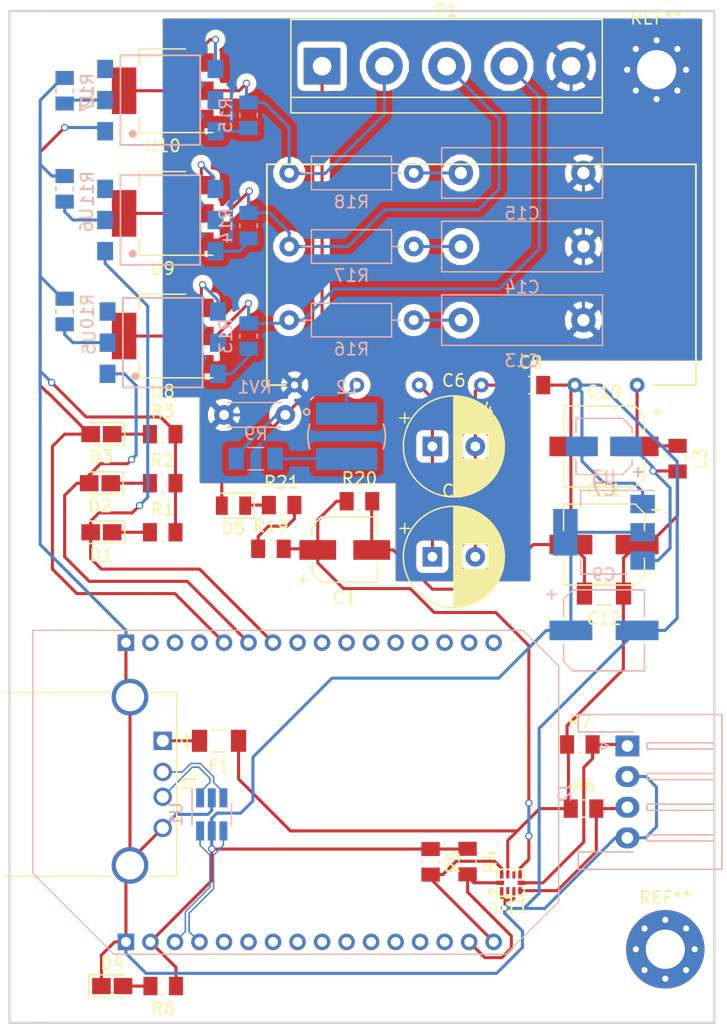
<source format=kicad_pcb>
(kicad_pcb (version 20171130) (host pcbnew 5.0.0-rc2-dev-unknown-cb2c447~63~ubuntu16.04.1)
  (layers (0 F.Cu signal) (31 B.Cu signal) (34 B.Paste user) (35 F.Paste user) (36 B.SilkS user) (37 F.SilkS user) (38 B.Mask user) (39 F.Mask user) (44 Edge.Cuts user))
  (net 0 "")
  (net 1 GND)
  (net 2 /FuenteST/VO)
  (net 3 Nac)
  (net 4 "Net-(C13-Pad1)")
  (net 5 "Net-(C14-Pad1)")
  (net 6 CO)
  (net 7 VE)
  (net 8 Vac)
  (net 9 RE)
  (net 10 "Net-(U5-Pad4)")
  (net 11 "Net-(U6-Pad4)")
  (net 12 "Net-(U10-Pad3)")
  (net 13 "Net-(C5-Pad1)")
  (net 14 "Net-(C5-Pad2)")
  (net 15 +5V)
  (net 16 +3V3)
  (net 17 "Net-(C15-Pad1)")
  (net 18 "Net-(D1-Pad1)")
  (net 19 /OutTriac/Resistencia)
  (net 20 /OutTriac/Ventilador)
  (net 21 "Net-(D2-Pad1)")
  (net 22 "Net-(D3-Pad1)")
  (net 23 /OutTriac/Compresor)
  (net 24 "Net-(L2-Pad1)")
  (net 25 "Net-(L2-Pad2)")
  (net 26 "Net-(R10-Pad1)")
  (net 27 "Net-(R11-Pad1)")
  (net 28 "Net-(R12-Pad1)")
  (net 29 "Net-(R13-Pad2)")
  (net 30 "Net-(R14-Pad2)")
  (net 31 "Net-(R15-Pad2)")
  (net 32 /D-)
  (net 33 /D+)
  (net 34 /UD+)
  (net 35 /UD-)
  (net 36 "Net-(D4-Pad2)")
  (net 37 "Net-(F1-Pad2)")
  (net 38 /SCL)
  (net 39 /SDA)
  (net 40 /V_TEST)
  (net 41 "Net-(D5-Pad1)")
  (net 42 "Net-(J2-Pad1)")
  (net 43 "Net-(J2-Pad3)")
  (net 44 "Net-(R19-Pad1)")
  (module Capacitor_SMD:C_1206_3216Metric_Pad1.24x1.80mm_HandSolder (layer F.Cu) (at 128.5925 118 180)
    (fp_text reference F1 (at 0 -2.05 180) (layer F.SilkS))
    (fp_text value 1.5A)
    (pad 1 smd rect (at -1.5925 0 180) (size 1.245 1.8) (layers F.Cu F.Paste F.Mask) (net 15 +5V))
    (pad 2 smd rect (at 1.5925 0 180) (size 1.245 1.8) (layers F.Cu F.Paste F.Mask) (net 37 "Net-(F1-Pad2)"))
  )
  (module Capacitor_THT:CP_Radial_D8.0mm_P3.50mm (layer F.Cu) (at 146 94)
    (fp_text reference C6 (at 1.75 -5.37) (layer F.SilkS))
    (fp_text value 4,7uF)
    (pad 1 thru_hole rect (at 0 0) (size 1.6 1.6) (drill 0.8) (layers *.Cu *.Mask) (net 13 "Net-(C5-Pad1)"))
    (pad 2 thru_hole circle (at 3.5 0) (size 1.6 1.6) (drill 0.8) (layers *.Cu *.Mask) (net 14 "Net-(C5-Pad2)"))
  )
  (module Capacitor_SMD:C_0805_2012Metric_Pad1.15x1.50mm_HandSolder (layer F.Cu) (at 154 89)
    (fp_text reference C8 (at 0 -1.85) (layer F.SilkS))
    (fp_text value 1nF)
    (pad 1 smd rect (at -1.0425 0) (size 1.145 1.5) (layers F.Cu F.Paste F.Mask) (net 14 "Net-(C5-Pad2)"))
    (pad 2 smd rect (at 1.0425 0) (size 1.145 1.5) (layers F.Cu F.Paste F.Mask) (net 1 GND))
  )
  (module Capacitor_SMD:CP_Elec_6.3x7.7 (layer F.Cu) (at 160 94 180)
    (fp_text reference C10 (at 0 4.43 180) (layer F.SilkS))
    (fp_text value 270uF)
    (fp_text user + (at -4.28 2.91 180) (layer F.SilkS))
    (pad 1 smd rect (at -2.7 0) (size 3.5 1.6) (layers F.Cu F.Paste F.Mask) (net 2 /FuenteST/VO))
    (pad 2 smd rect (at 2.7 0) (size 3.5 1.6) (layers F.Cu F.Paste F.Mask) (net 1 GND))
  )
  (module Capacitor_THT:C_Rect_L13.0mm_W4.0mm_P10.00mm_FKS3_FKP3_MKS4 (layer B.Cu) (at 148.321244 83.703214)
    (fp_text reference C13 (at 5 3.31) (layer B.SilkS) (effects (justify mirror)))
    (fp_text value 1nF)
    (pad 1 thru_hole circle (at 0 0) (size 2 2) (drill 1) (layers *.Cu *.Mask) (net 4 "Net-(C13-Pad1)"))
    (pad 2 thru_hole circle (at 10 0) (size 2 2) (drill 1) (layers *.Cu *.Mask) (net 3 Nac))
  )
  (module Capacitor_THT:C_Rect_L13.0mm_W4.0mm_P10.00mm_FKS3_FKP3_MKS4 (layer B.Cu) (at 148.321244 77.703214)
    (fp_text reference C14 (at 5 3.31) (layer B.SilkS) (effects (justify mirror)))
    (fp_text value 1nF)
    (pad 1 thru_hole circle (at 0 0) (size 2 2) (drill 1) (layers *.Cu *.Mask) (net 5 "Net-(C14-Pad1)"))
    (pad 2 thru_hole circle (at 10 0) (size 2 2) (drill 1) (layers *.Cu *.Mask) (net 3 Nac))
  )
  (module TerminalBlock:TerminalBlock_bornier-5_P5.08mm (layer F.Cu) (at 137 63)
    (fp_text reference P1 (at 10.15 -4.55) (layer F.SilkS))
    (fp_text value "POWER I/O")
    (pad 2 thru_hole circle (at 5.08 0) (size 3 3) (drill 1.52) (layers *.Cu *.Mask) (net 6 CO))
    (pad 3 thru_hole circle (at 10.16 0) (size 3 3) (drill 1.52) (layers *.Cu *.Mask) (net 9 RE))
    (pad 1 thru_hole rect (at 0 0) (size 3 3) (drill 1.52) (layers *.Cu *.Mask) (net 8 Vac))
    (pad 4 thru_hole circle (at 15.24 0) (size 3 3) (drill 1.52) (layers *.Cu *.Mask) (net 7 VE))
    (pad 5 thru_hole circle (at 20.32 0) (size 3 3) (drill 1.52) (layers *.Cu *.Mask) (net 3 Nac))
  )
  (module Resistor_SMD:R_0805_2012Metric_Pad1.15x1.50mm_HandSolder (layer F.Cu) (at 124.0425 138 180)
    (fp_text reference R8 (at 0 -1.85 180) (layer F.SilkS))
    (fp_text value 150R)
    (pad 1 smd rect (at -1.0425 0 180) (size 1.145 1.5) (layers F.Cu F.Paste F.Mask) (net 16 +3V3))
    (pad 2 smd rect (at 1.0425 0 180) (size 1.145 1.5) (layers F.Cu F.Paste F.Mask) (net 36 "Net-(D4-Pad2)"))
  )
  (module Resistor_SMD:R_0805_2012Metric_Pad1.15x1.50mm_HandSolder (layer B.Cu) (at 116 83 90)
    (fp_text reference R10 (at 0 1.85 90) (layer B.SilkS) (effects (justify mirror)))
    (fp_text value 330)
    (pad 1 smd rect (at -1.0425 0 90) (size 1.145 1.5) (layers B.Cu B.Paste B.Mask) (net 26 "Net-(R10-Pad1)"))
    (pad 2 smd rect (at 1.0425 0 90) (size 1.145 1.5) (layers B.Cu B.Paste B.Mask) (net 1 GND))
  )
  (module Resistor_SMD:R_0805_2012Metric_Pad1.15x1.50mm_HandSolder (layer B.Cu) (at 116 73 90)
    (fp_text reference R11 (at 0 1.85 90) (layer B.SilkS) (effects (justify mirror)))
    (fp_text value 330)
    (pad 1 smd rect (at -1.0425 0 90) (size 1.145 1.5) (layers B.Cu B.Paste B.Mask) (net 27 "Net-(R11-Pad1)"))
    (pad 2 smd rect (at 1.0425 0 90) (size 1.145 1.5) (layers B.Cu B.Paste B.Mask) (net 1 GND))
  )
  (module Resistor_SMD:R_0805_2012Metric_Pad1.15x1.50mm_HandSolder (layer B.Cu) (at 116 65 90)
    (fp_text reference R12 (at 0 1.85 90) (layer B.SilkS) (effects (justify mirror)))
    (fp_text value 330)
    (pad 2 smd rect (at 1.0425 0 90) (size 1.145 1.5) (layers B.Cu B.Paste B.Mask) (net 1 GND))
    (pad 1 smd rect (at -1.0425 0 90) (size 1.145 1.5) (layers B.Cu B.Paste B.Mask) (net 28 "Net-(R12-Pad1)"))
  )
  (module Capacitor_THT:C_Disc_D4.3mm_W1.9mm_P5.00mm (layer B.Cu) (at 134 91.43 180)
    (fp_text reference RV1 (at 2.5 2.26 180) (layer B.SilkS) (effects (justify mirror)))
    (fp_text value B72214S0351K101)
    (pad 1 thru_hole circle (at 0 0 180) (size 1.6 1.6) (drill 0.8) (layers *.Cu *.Mask) (net 8 Vac))
    (pad 2 thru_hole circle (at 5 0 180) (size 1.6 1.6) (drill 0.8) (layers *.Cu *.Mask) (net 3 Nac))
  )
  (module Devices_MSS:PBO-3-S5 (layer F.Cu) (at 150 89)
    (fp_text reference U4 (at 0 2) (layer F.SilkS))
    (fp_text value PBO-3-S5)
    (pad 1 thru_hole circle (at -15.24 0) (size 1.2 1.2) (drill 0.6) (layers *.Cu *.Mask) (net 3 Nac))
    (pad 3 thru_hole circle (at -10.16 0) (size 1.2 1.2) (drill 0.6) (layers *.Cu *.Mask) (net 25 "Net-(L2-Pad2)"))
    (pad 5 thru_hole circle (at -5.08 0) (size 1.2 1.2) (drill 0.6) (layers *.Cu *.Mask) (net 13 "Net-(C5-Pad1)"))
    (pad 7 thru_hole circle (at 0 0) (size 1.2 1.2) (drill 0.6) (layers *.Cu *.Mask) (net 14 "Net-(C5-Pad2)"))
    (pad 10 thru_hole circle (at 7.62 0) (size 1.2 1.2) (drill 0.6) (layers *.Cu *.Mask) (net 1 GND))
    (pad 12 thru_hole circle (at 12.7 0) (size 1.2 1.2) (drill 0.6) (layers *.Cu *.Mask) (net 2 /FuenteST/VO))
  )
  (module Devices_MSS:MOC306X (layer B.Cu) (at 124 85.54 90)
    (fp_text reference U5 (at 0 -6 90) (layer B.SilkS) (effects (justify mirror)))
    (fp_text value MOC3063S-TA1)
    (pad 6 smd rect (at -2.54 4.5 90) (size 1.5 1.3) (layers B.Cu B.Paste B.Mask) (net 29 "Net-(R13-Pad2)"))
    (pad 5 smd rect (at 0 4.5 90) (size 1.5 1.3) (layers B.Cu B.Paste B.Mask))
    (pad 4 smd rect (at 2.54 4.5 90) (size 1.5 1.3) (layers B.Cu B.Paste B.Mask) (net 10 "Net-(U5-Pad4)"))
    (pad 3 smd rect (at 2.54 -4.5 90) (size 1.5 1.3) (layers B.Cu B.Paste B.Mask))
    (pad 2 smd rect (at 0 -4.5 90) (size 1.5 1.3) (layers B.Cu B.Paste B.Mask) (net 26 "Net-(R10-Pad1)"))
    (pad 1 smd rect (at -2.54 -4.5 90) (size 1.5 1.3) (layers B.Cu B.Paste B.Mask) (net 20 /OutTriac/Ventilador))
  )
  (module Devices_MSS:MOC306X (layer B.Cu) (at 123.8025 75.54 90)
    (fp_text reference U6 (at 0 -6 90) (layer B.SilkS) (effects (justify mirror)))
    (fp_text value MOC3063S-TA1)
    (pad 1 smd rect (at -2.54 -4.5 90) (size 1.5 1.3) (layers B.Cu B.Paste B.Mask) (net 19 /OutTriac/Resistencia))
    (pad 2 smd rect (at 0 -4.5 90) (size 1.5 1.3) (layers B.Cu B.Paste B.Mask) (net 27 "Net-(R11-Pad1)"))
    (pad 3 smd rect (at 2.54 -4.5 90) (size 1.5 1.3) (layers B.Cu B.Paste B.Mask))
    (pad 4 smd rect (at 2.54 4.5 90) (size 1.5 1.3) (layers B.Cu B.Paste B.Mask) (net 11 "Net-(U6-Pad4)"))
    (pad 5 smd rect (at 0 4.5 90) (size 1.5 1.3) (layers B.Cu B.Paste B.Mask))
    (pad 6 smd rect (at -2.54 4.5 90) (size 1.5 1.3) (layers B.Cu B.Paste B.Mask) (net 30 "Net-(R14-Pad2)"))
  )
  (module Devices_MSS:MOC306X (layer B.Cu) (at 123.8025 65.764048 90)
    (fp_text reference U7 (at 0 -6 90) (layer B.SilkS) (effects (justify mirror)))
    (fp_text value MOC3063S-TA1)
    (pad 1 smd rect (at -2.54 -4.5 90) (size 1.5 1.3) (layers B.Cu B.Paste B.Mask) (net 23 /OutTriac/Compresor))
    (pad 2 smd rect (at 0 -4.5 90) (size 1.5 1.3) (layers B.Cu B.Paste B.Mask) (net 28 "Net-(R12-Pad1)"))
    (pad 3 smd rect (at 2.54 -4.5 90) (size 1.5 1.3) (layers B.Cu B.Paste B.Mask))
    (pad 4 smd rect (at 2.54 4.5 90) (size 1.5 1.3) (layers B.Cu B.Paste B.Mask) (net 12 "Net-(U10-Pad3)"))
    (pad 5 smd rect (at 0 4.5 90) (size 1.5 1.3) (layers B.Cu B.Paste B.Mask))
    (pad 6 smd rect (at -2.54 4.5 90) (size 1.5 1.3) (layers B.Cu B.Paste B.Mask) (net 31 "Net-(R15-Pad2)"))
  )
  (module Devices_MSS:SOT-223-Z01 (layer F.Cu) (at 124 85 180)
    (fp_text reference U8 (at 0 -4.5 180) (layer F.SilkS))
    (fp_text value "Z0103MN 5AA4")
    (pad 1 smd rect (at -3.15 -2.3 180) (size 2 1.5) (layers F.Cu F.Paste F.Mask) (net 3 Nac))
    (pad 3 smd rect (at -3.15 2.3 180) (size 2 1.5) (layers F.Cu F.Paste F.Mask) (net 10 "Net-(U5-Pad4)"))
    (pad 2 smd rect (at -3.15 0 180) (size 2 1.5) (layers F.Cu F.Paste F.Mask) (net 7 VE))
    (pad 2 smd rect (at 3.15 0 180) (size 2 3.8) (layers F.Cu F.Paste F.Mask) (net 7 VE))
  )
  (module Devices_MSS:SOT-223-Z01 (layer F.Cu) (at 124 75 180)
    (fp_text reference U9 (at 0 -4.5 180) (layer F.SilkS))
    (fp_text value "Z0103MN 5AA4")
    (pad 2 smd rect (at 3.15 0 180) (size 2 3.8) (layers F.Cu F.Paste F.Mask) (net 9 RE))
    (pad 2 smd rect (at -3.15 0 180) (size 2 1.5) (layers F.Cu F.Paste F.Mask) (net 9 RE))
    (pad 3 smd rect (at -3.15 2.3 180) (size 2 1.5) (layers F.Cu F.Paste F.Mask) (net 11 "Net-(U6-Pad4)"))
    (pad 1 smd rect (at -3.15 -2.3 180) (size 2 1.5) (layers F.Cu F.Paste F.Mask) (net 3 Nac))
  )
  (module Devices_MSS:SOT-223-Z01 (layer F.Cu) (at 124 65 180)
    (fp_text reference U10 (at 0 -4.5 180) (layer F.SilkS))
    (fp_text value "Z0103MN 5AA4")
    (pad 2 smd rect (at 3.15 0 180) (size 2 3.8) (layers F.Cu F.Paste F.Mask) (net 6 CO))
    (pad 2 smd rect (at -3.15 0 180) (size 2 1.5) (layers F.Cu F.Paste F.Mask) (net 6 CO))
    (pad 3 smd rect (at -3.15 2.3 180) (size 2 1.5) (layers F.Cu F.Paste F.Mask) (net 12 "Net-(U10-Pad3)"))
    (pad 1 smd rect (at -3.15 -2.3 180) (size 2 1.5) (layers F.Cu F.Paste F.Mask) (net 3 Nac))
  )
  (module Capacitor_THT:CP_Radial_D8.0mm_P3.50mm (layer F.Cu) (at 146 103)
    (fp_text reference C5 (at 1.75 -5.37) (layer F.SilkS))
    (fp_text value 4,7uF)
    (pad 1 thru_hole rect (at 0 0) (size 1.6 1.6) (drill 0.8) (layers *.Cu *.Mask) (net 13 "Net-(C5-Pad1)"))
    (pad 2 thru_hole circle (at 3.5 0) (size 1.6 1.6) (drill 0.8) (layers *.Cu *.Mask) (net 14 "Net-(C5-Pad2)"))
  )
  (module Capacitor_THT:C_Rect_L13.0mm_W4.0mm_P10.00mm_FKS3_FKP3_MKS4 (layer B.Cu) (at 148.321244 71.703214)
    (fp_text reference C15 (at 5 3.31) (layer B.SilkS) (effects (justify mirror)))
    (fp_text value 1nF)
    (pad 1 thru_hole circle (at 0 0) (size 2 2) (drill 1) (layers *.Cu *.Mask) (net 17 "Net-(C15-Pad1)"))
    (pad 2 thru_hole circle (at 10 0) (size 2 2) (drill 1) (layers *.Cu *.Mask) (net 3 Nac))
  )
  (module LED_SMD:LED_0805_2012Metric_Castellated (layer F.Cu) (at 119 101 180)
    (fp_text reference D1 (at 0 -1.85 180) (layer F.SilkS))
    (fp_text value LED)
    (pad 1 smd rect (at -0.88 0 180) (size 1.52 1.32) (layers F.Cu F.Paste F.Mask) (net 18 "Net-(D1-Pad1)"))
    (pad 2 smd rect (at 0.88 0 180) (size 1.52 1.32) (layers F.Cu F.Paste F.Mask) (net 19 /OutTriac/Resistencia))
  )
  (module LED_SMD:LED_0805_2012Metric_Castellated (layer F.Cu) (at 118.88 97 180)
    (fp_text reference D2 (at 0 -1.85 180) (layer F.SilkS))
    (fp_text value LED)
    (pad 2 smd rect (at 0.88 0 180) (size 1.52 1.32) (layers F.Cu F.Paste F.Mask) (net 20 /OutTriac/Ventilador))
    (pad 1 smd rect (at -0.88 0 180) (size 1.52 1.32) (layers F.Cu F.Paste F.Mask) (net 21 "Net-(D2-Pad1)"))
  )
  (module LED_SMD:LED_0805_2012Metric_Castellated (layer F.Cu) (at 119 93 180)
    (fp_text reference D3 (at 0 -1.85 180) (layer F.SilkS))
    (fp_text value LED)
    (pad 1 smd rect (at -0.88 0 180) (size 1.52 1.32) (layers F.Cu F.Paste F.Mask) (net 22 "Net-(D3-Pad1)"))
    (pad 2 smd rect (at 0.88 0 180) (size 1.52 1.32) (layers F.Cu F.Paste F.Mask) (net 23 /OutTriac/Compresor))
  )
  (module Inductor_SMD:L_0805_2012Metric_Pad1.15x1.50mm_HandSolder (layer F.Cu) (at 166 95 270)
    (fp_text reference L3 (at 0 -1.85 270) (layer F.SilkS))
    (fp_text value 74479776247)
    (pad 1 smd rect (at -1.0425 0 270) (size 1.145 1.5) (layers F.Cu F.Paste F.Mask) (net 2 /FuenteST/VO))
    (pad 2 smd rect (at 1.0425 0 270) (size 1.145 1.5) (layers F.Cu F.Paste F.Mask) (net 15 +5V))
  )
  (module Resistor_SMD:R_0805_2012Metric_Pad1.15x1.50mm_HandSolder (layer F.Cu) (at 124 101)
    (fp_text reference R1 (at 0 -1.85) (layer F.SilkS))
    (fp_text value 220)
    (pad 2 smd rect (at 1.0425 0) (size 1.145 1.5) (layers F.Cu F.Paste F.Mask) (net 1 GND))
    (pad 1 smd rect (at -1.0425 0) (size 1.145 1.5) (layers F.Cu F.Paste F.Mask) (net 18 "Net-(D1-Pad1)"))
  )
  (module Resistor_SMD:R_0805_2012Metric_Pad1.15x1.50mm_HandSolder (layer F.Cu) (at 124 97)
    (fp_text reference R2 (at 0 -1.85) (layer F.SilkS))
    (fp_text value 220)
    (pad 1 smd rect (at -1.0425 0) (size 1.145 1.5) (layers F.Cu F.Paste F.Mask) (net 21 "Net-(D2-Pad1)"))
    (pad 2 smd rect (at 1.0425 0) (size 1.145 1.5) (layers F.Cu F.Paste F.Mask) (net 1 GND))
  )
  (module Resistor_SMD:R_0805_2012Metric_Pad1.15x1.50mm_HandSolder (layer F.Cu) (at 124 93)
    (fp_text reference R3 (at 0 -1.85) (layer F.SilkS))
    (fp_text value 220)
    (pad 1 smd rect (at -1.0425 0) (size 1.145 1.5) (layers F.Cu F.Paste F.Mask) (net 22 "Net-(D3-Pad1)"))
    (pad 2 smd rect (at 1.0425 0) (size 1.145 1.5) (layers F.Cu F.Paste F.Mask) (net 1 GND))
  )
  (module Resistor_THT:R_Axial_DIN0207_L6.3mm_D2.5mm_P10.16mm_Horizontal (layer B.Cu) (at 134.321244 83.703214)
    (fp_text reference R16 (at 5.08 2.37) (layer B.SilkS) (effects (justify mirror)))
    (fp_text value 33)
    (pad 2 thru_hole oval (at 10.16 0) (size 1.6 1.6) (drill 0.8) (layers *.Cu *.Mask) (net 4 "Net-(C13-Pad1)"))
    (pad 1 thru_hole circle (at 0 0) (size 1.6 1.6) (drill 0.8) (layers *.Cu *.Mask) (net 7 VE))
  )
  (module Resistor_THT:R_Axial_DIN0207_L6.3mm_D2.5mm_P10.16mm_Horizontal (layer B.Cu) (at 134.321244 77.703214)
    (fp_text reference R17 (at 5.08 2.37) (layer B.SilkS) (effects (justify mirror)))
    (fp_text value 100)
    (pad 1 thru_hole circle (at 0 0) (size 1.6 1.6) (drill 0.8) (layers *.Cu *.Mask) (net 9 RE))
    (pad 2 thru_hole oval (at 10.16 0) (size 1.6 1.6) (drill 0.8) (layers *.Cu *.Mask) (net 5 "Net-(C14-Pad1)"))
  )
  (module Resistor_THT:R_Axial_DIN0207_L6.3mm_D2.5mm_P10.16mm_Horizontal (layer B.Cu) (at 134.321244 71.703214)
    (fp_text reference R18 (at 5.08 2.37) (layer B.SilkS) (effects (justify mirror)))
    (fp_text value 33)
    (pad 1 thru_hole circle (at 0 0) (size 1.6 1.6) (drill 0.8) (layers *.Cu *.Mask) (net 6 CO))
    (pad 2 thru_hole oval (at 10.16 0) (size 1.6 1.6) (drill 0.8) (layers *.Cu *.Mask) (net 17 "Net-(C15-Pad1)"))
  )
  (module Capacitor_SMD:CP_Elec_6.3x7.7 (layer F.Cu) (at 160 102 180)
    (fp_text reference C11 (at 0 4.43 180) (layer F.SilkS))
    (fp_text value 68uF)
    (fp_text user + (at -4.28 2.91 180) (layer F.SilkS))
    (pad 1 smd rect (at -2.7 0) (size 3.5 1.6) (layers F.Cu F.Paste F.Mask) (net 15 +5V))
    (pad 2 smd rect (at 2.7 0) (size 3.5 1.6) (layers F.Cu F.Paste F.Mask) (net 1 GND))
  )
  (module Capacitor_SMD:C_1206_3216Metric_Pad1.24x1.80mm_HandSolder (layer F.Cu) (at 160 106 180)
    (fp_text reference C12 (at 0 -2.05 180) (layer F.SilkS))
    (fp_text value 100nF)
    (pad 1 smd rect (at -1.5925 0 180) (size 1.245 1.8) (layers F.Cu F.Paste F.Mask) (net 15 +5V))
    (pad 2 smd rect (at 1.5925 0 180) (size 1.245 1.8) (layers F.Cu F.Paste F.Mask) (net 1 GND))
  )
  (module Devices_MSS:SDR0503-XXX (layer B.Cu) (at 139 93.18)
    (fp_text reference L2 (at 0 -4) (layer B.SilkS) (effects (justify mirror)))
    (fp_text value SDR0503-472JL)
    (pad 1 smd rect (at 0 1.85) (size 5 1.8) (layers B.Cu B.Paste B.Mask) (net 24 "Net-(L2-Pad1)"))
    (pad 2 smd rect (at 0 -1.85) (size 5 1.8) (layers B.Cu B.Paste B.Mask) (net 25 "Net-(L2-Pad2)"))
  )
  (module Resistor_SMD:R_1206_3216Metric_Pad1.24x1.80mm_HandSolder (layer B.Cu) (at 131.5925 95 180)
    (fp_text reference R9 (at 0 2.05 180) (layer B.SilkS) (effects (justify mirror)))
    (fp_text value 300k)
    (pad 1 smd rect (at -1.5925 0 180) (size 1.245 1.8) (layers B.Cu B.Paste B.Mask) (net 24 "Net-(L2-Pad1)"))
    (pad 2 smd rect (at 1.5925 0 180) (size 1.245 1.8) (layers B.Cu B.Paste B.Mask) (net 8 Vac))
  )
  (module Resistor_SMD:R_0805_2012Metric_Pad1.15x1.50mm_HandSolder (layer B.Cu) (at 131 85 270)
    (fp_text reference R13 (at 0 1.85 270) (layer B.SilkS) (effects (justify mirror)))
    (fp_text value 330)
    (pad 2 smd rect (at 1.0425 0 270) (size 1.145 1.5) (layers B.Cu B.Paste B.Mask) (net 29 "Net-(R13-Pad2)"))
    (pad 1 smd rect (at -1.0425 0 270) (size 1.145 1.5) (layers B.Cu B.Paste B.Mask) (net 7 VE))
  )
  (module Resistor_SMD:R_0805_2012Metric_Pad1.15x1.50mm_HandSolder (layer B.Cu) (at 131 76 270)
    (fp_text reference R14 (at 0 1.85 270) (layer B.SilkS) (effects (justify mirror)))
    (fp_text value 330)
    (pad 1 smd rect (at -1.0425 0 270) (size 1.145 1.5) (layers B.Cu B.Paste B.Mask) (net 9 RE))
    (pad 2 smd rect (at 1.0425 0 270) (size 1.145 1.5) (layers B.Cu B.Paste B.Mask) (net 30 "Net-(R14-Pad2)"))
  )
  (module Resistor_SMD:R_0805_2012Metric_Pad1.15x1.50mm_HandSolder (layer B.Cu) (at 131 67 270)
    (fp_text reference R15 (at 0 1.85 270) (layer B.SilkS) (effects (justify mirror)))
    (fp_text value 330)
    (pad 1 smd rect (at -1.0425 0 270) (size 1.145 1.5) (layers B.Cu B.Paste B.Mask) (net 6 CO))
    (pad 2 smd rect (at 1.0425 0 270) (size 1.145 1.5) (layers B.Cu B.Paste B.Mask) (net 31 "Net-(R15-Pad2)"))
  )
  (module Devices_MSS:OMEGA_2 (layer B.Cu) (at 121 110 270)
    (fp_text reference U2)
    (fp_text value OMEGA_2)
    (pad 17 thru_hole oval (at 24.4 -30 270) (size 1.35 1.35) (drill 0.8) (layers *.Cu *.Mask) (net 39 /SDA))
    (pad 18 thru_hole oval (at 24.4 -28 270) (size 1.35 1.35) (drill 0.8) (layers *.Cu *.Mask) (net 38 /SCL))
    (pad 19 thru_hole oval (at 24.4 -26 270) (size 1.35 1.35) (drill 0.8) (layers *.Cu *.Mask))
    (pad 20 thru_hole oval (at 24.4 -24 270) (size 1.35 1.35) (drill 0.8) (layers *.Cu *.Mask))
    (pad 21 thru_hole oval (at 24.4 -22 270) (size 1.35 1.35) (drill 0.8) (layers *.Cu *.Mask))
    (pad 22 thru_hole oval (at 24.4 -20 270) (size 1.35 1.35) (drill 0.8) (layers *.Cu *.Mask))
    (pad 23 thru_hole oval (at 24.4 -18 270) (size 1.35 1.35) (drill 0.8) (layers *.Cu *.Mask))
    (pad 24 thru_hole oval (at 24.4 -16 270) (size 1.35 1.35) (drill 0.8) (layers *.Cu *.Mask))
    (pad 25 thru_hole oval (at 24.4 -14 270) (size 1.35 1.35) (drill 0.8) (layers *.Cu *.Mask))
    (pad 26 thru_hole oval (at 24.4 -12 270) (size 1.35 1.35) (drill 0.8) (layers *.Cu *.Mask))
    (pad 27 thru_hole oval (at 24.4 -10 270) (size 1.35 1.35) (drill 0.8) (layers *.Cu *.Mask))
    (pad 28 thru_hole oval (at 24.4 -8 270) (size 1.35 1.35) (drill 0.8) (layers *.Cu *.Mask))
    (pad 29 thru_hole oval (at 24.4 -6 270) (size 1.35 1.35) (drill 0.8) (layers *.Cu *.Mask) (net 32 /D-))
    (pad 30 thru_hole oval (at 24.4 -4 270) (size 1.35 1.35) (drill 0.8) (layers *.Cu *.Mask) (net 33 /D+))
    (pad 31 thru_hole oval (at 24.4 -2 270) (size 1.35 1.35) (drill 0.8) (layers *.Cu *.Mask) (net 16 +3V3))
    (pad 32 thru_hole rect (at 24.4 0 270) (size 1.35 1.35) (drill 0.8) (layers *.Cu *.Mask) (net 1 GND))
    (pad 1 thru_hole rect (at 0 0 270) (size 1.35 1.35) (drill 0.8) (layers *.Cu *.Mask) (net 1 GND))
    (pad 2 thru_hole oval (at 0 -2 270) (size 1.35 1.35) (drill 0.8) (layers *.Cu *.Mask))
    (pad 3 thru_hole oval (at 0 -4 270) (size 1.35 1.35) (drill 0.8) (layers *.Cu *.Mask))
    (pad 4 thru_hole oval (at 0 -6 270) (size 1.35 1.35) (drill 0.8) (layers *.Cu *.Mask))
    (pad 5 thru_hole oval (at 0 -8 270) (size 1.35 1.35) (drill 0.8) (layers *.Cu *.Mask) (net 23 /OutTriac/Compresor))
    (pad 6 thru_hole oval (at 0 -10 270) (size 1.35 1.35) (drill 0.8) (layers *.Cu *.Mask) (net 20 /OutTriac/Ventilador))
    (pad 7 thru_hole oval (at 0 -12 270) (size 1.35 1.35) (drill 0.8) (layers *.Cu *.Mask) (net 19 /OutTriac/Resistencia))
    (pad 8 thru_hole oval (at 0 -14 270) (size 1.35 1.35) (drill 0.8) (layers *.Cu *.Mask))
    (pad 9 thru_hole oval (at 0 -16 270) (size 1.35 1.35) (drill 0.8) (layers *.Cu *.Mask))
    (pad 10 thru_hole oval (at 0 -18 270) (size 1.35 1.35) (drill 0.8) (layers *.Cu *.Mask))
    (pad 11 thru_hole oval (at 0 -20 270) (size 1.35 1.35) (drill 0.8) (layers *.Cu *.Mask))
    (pad 12 thru_hole oval (at 0 -22 270) (size 1.35 1.35) (drill 0.8) (layers *.Cu *.Mask))
    (pad 13 thru_hole oval (at 0 -24 270) (size 1.35 1.35) (drill 0.8) (layers *.Cu *.Mask))
    (pad 14 thru_hole oval (at 0 -26 270) (size 1.35 1.35) (drill 0.8) (layers *.Cu *.Mask))
    (pad 15 thru_hole oval (at 0 -28 270) (size 1.35 1.35) (drill 0.8) (layers *.Cu *.Mask))
    (pad 16 thru_hole oval (at 0 -30 270) (size 1.35 1.35) (drill 0.8) (layers *.Cu *.Mask))
  )
  (module Package_TO_SOT_SMD:SOT-223 (layer B.Cu) (at 160 101 180)
    (fp_text reference U3 (at 0 4.5 180) (layer B.SilkS) (effects (justify mirror)))
    (fp_text value AP111733)
    (pad 4 smd rect (at 3.15 0 180) (size 2 3.8) (layers B.Cu B.Paste B.Mask) (net 16 +3V3))
    (pad 2 smd rect (at -3.15 0 180) (size 2 1.5) (layers B.Cu B.Paste B.Mask) (net 16 +3V3))
    (pad 3 smd rect (at -3.15 -2.3 180) (size 2 1.5) (layers B.Cu B.Paste B.Mask) (net 15 +5V))
    (pad 1 smd rect (at -3.15 2.3 180) (size 2 1.5) (layers B.Cu B.Paste B.Mask) (net 1 GND))
  )
  (module Package_TO_SOT_SMD:SOT-23-6_Handsoldering (layer B.Cu) (at 128 124 270)
    (fp_text reference U1 (at 0 2.9 270) (layer B.SilkS) (effects (justify mirror)))
    (fp_text value USBLC6-2)
    (pad 1 smd rect (at -1.35 0.95 270) (size 1.56 0.65) (layers B.Cu B.Paste B.Mask) (net 34 /UD+))
    (pad 2 smd rect (at -1.35 0 270) (size 1.56 0.65) (layers B.Cu B.Paste B.Mask) (net 1 GND))
    (pad 3 smd rect (at -1.35 -0.95 270) (size 1.56 0.65) (layers B.Cu B.Paste B.Mask) (net 35 /UD-))
    (pad 4 smd rect (at 1.35 -0.95 270) (size 1.56 0.65) (layers B.Cu B.Paste B.Mask) (net 32 /D-))
    (pad 6 smd rect (at 1.35 0.95 270) (size 1.56 0.65) (layers B.Cu B.Paste B.Mask) (net 33 /D+))
    (pad 5 smd rect (at 1.35 0 270) (size 1.56 0.65) (layers B.Cu B.Paste B.Mask) (net 16 +3V3))
  )
  (module Connector_USB:USB_A_Horizontal (layer F.Cu) (at 124 118 270)
    (fp_text reference J1 (at 3.5 -2.15 270) (layer F.SilkS))
    (fp_text value USB_A)
    (pad 4 thru_hole circle (at 7.11 0 180) (size 1.5 1.5) (drill 1) (layers *.Cu *.Mask) (net 1 GND))
    (pad 3 thru_hole circle (at 4.57 0 180) (size 1.5 1.5) (drill 1) (layers *.Cu *.Mask) (net 34 /UD+))
    (pad 2 thru_hole circle (at 2.54 0 180) (size 1.5 1.5) (drill 1) (layers *.Cu *.Mask) (net 35 /UD-))
    (pad 1 thru_hole rect (at 0 0 180) (size 1.5 1.5) (drill 1) (layers *.Cu *.Mask) (net 37 "Net-(F1-Pad2)"))
    (pad 5 thru_hole circle (at 10.16 2.67 180) (size 3 3) (drill 2.3) (layers *.Cu *.Mask) (net 1 GND))
    (pad 5 thru_hole circle (at -3.56 2.67 180) (size 3 3) (drill 2.3) (layers *.Cu *.Mask) (net 1 GND))
  )
  (module Resistor_SMD:R_0805_2012Metric_Pad1.15x1.50mm_HandSolder (layer F.Cu) (at 148.87 127.85 270)
    (fp_text reference R4 (at 0 -1.85 270) (layer F.SilkS))
    (fp_text value 10K)
    (pad 2 smd rect (at 1.0425 0 270) (size 1.145 1.5) (layers F.Cu F.Paste F.Mask) (net 38 /SCL))
    (pad 1 smd rect (at -1.0425 0 270) (size 1.145 1.5) (layers F.Cu F.Paste F.Mask) (net 16 +3V3))
  )
  (module Resistor_SMD:R_0805_2012Metric_Pad1.15x1.50mm_HandSolder (layer F.Cu) (at 145.85 127.87 270)
    (fp_text reference R5 (at 0 -1.85 270) (layer F.SilkS))
    (fp_text value 10K)
    (pad 1 smd rect (at -1.0425 0 270) (size 1.145 1.5) (layers F.Cu F.Paste F.Mask) (net 16 +3V3))
    (pad 2 smd rect (at 1.0425 0 270) (size 1.145 1.5) (layers F.Cu F.Paste F.Mask) (net 39 /SDA))
  )
  (module LED_SMD:LED_0805_2012Metric_Castellated (layer F.Cu) (at 119.88 138)
    (fp_text reference D4 (at 0 -1.85) (layer F.SilkS))
    (fp_text value PWR)
    (pad 1 smd rect (at -0.88 0) (size 1.52 1.32) (layers F.Cu F.Paste F.Mask) (net 1 GND))
    (pad 2 smd rect (at 0.88 0) (size 1.52 1.32) (layers F.Cu F.Paste F.Mask) (net 36 "Net-(D4-Pad2)"))
  )
  (module Capacitor_SMD:CP_Elec_4x5.3 (layer B.Cu) (at 160 94 180)
    (fp_text reference C7 (at 0 -3.54 180) (layer B.SilkS) (effects (justify mirror)))
    (fp_text value 10uF)
    (fp_text user + (at -2.77 -2.01 180) (layer B.SilkS) (effects (justify mirror)))
    (pad 1 smd rect (at -1.8 0) (size 2.6 1.6) (layers B.Cu B.Paste B.Mask) (net 15 +5V))
    (pad 2 smd rect (at 1.8 0) (size 2.6 1.6) (layers B.Cu B.Paste B.Mask) (net 1 GND))
  )
  (module Capacitor_SMD:CP_Elec_6.3x5.3 (layer B.Cu) (at 160 109)
    (fp_text reference C9 (at 0 -4.56) (layer B.SilkS) (effects (justify mirror)))
    (fp_text value 100uF)
    (fp_text user + (at -4.28 -3.01) (layer B.SilkS) (effects (justify mirror)))
    (pad 1 smd rect (at -2.7 0 180) (size 3.5 1.6) (layers B.Cu B.Paste B.Mask) (net 16 +3V3))
    (pad 2 smd rect (at 2.7 0 180) (size 3.5 1.6) (layers B.Cu B.Paste B.Mask) (net 1 GND))
  )
  (module Devices_MSS:PQFP-N10 (layer F.Cu) (at 152.4 129.58)
    (fp_text reference U11 (at 0 1.9) (layer F.SilkS))
    (fp_text value TLA2024IRUGT)
    (pad 9 smd rect (at -0.75 -0.64) (size 0.3 0.58) (layers F.Cu F.Paste F.Mask) (net 39 /SDA))
    (pad 8 smd rect (at -0.25 -0.64) (size 0.25 0.58) (layers F.Cu F.Paste F.Mask) (net 15 +5V))
    (pad 7 smd rect (at 0.25 -0.64) (size 0.25 0.58) (layers F.Cu F.Paste F.Mask))
    (pad 6 smd rect (at 0.75 -0.64) (size 0.3 0.58) (layers F.Cu F.Paste F.Mask) (net 40 /V_TEST))
    (pad 4 smd rect (at 0.75 0.64) (size 0.3 0.58) (layers F.Cu F.Paste F.Mask) (net 43 "Net-(J2-Pad3)"))
    (pad 3 smd rect (at 0.25 0.64) (size 0.25 0.58) (layers F.Cu F.Paste F.Mask) (net 1 GND))
    (pad 2 smd rect (at -0.25 0.64) (size 0.25 0.58) (layers F.Cu F.Paste F.Mask))
    (pad 1 smd rect (at -0.75 0.64) (size 0.3 0.58) (layers F.Cu F.Paste F.Mask) (net 1 GND))
    (pad 10 smd rect (at -0.86 0 90) (size 0.35 0.63) (layers F.Cu F.Paste F.Mask) (net 38 /SCL))
    (pad 5 smd rect (at 0.86 0 90) (size 0.35 0.63) (layers F.Cu F.Paste F.Mask) (net 42 "Net-(J2-Pad1)"))
  )
  (module Capacitor_SMD:CP_Elec_5x5.3 (layer F.Cu) (at 138.85 102.44)
    (fp_text reference C1 (at 0 3.92) (layer F.SilkS))
    (fp_text value 10uF)
    (fp_text user + (at -3.38 2.34) (layer F.SilkS))
    (pad 1 smd rect (at -2.2 0 180) (size 3 1.6) (layers F.Cu F.Paste F.Mask) (net 40 /V_TEST))
    (pad 2 smd rect (at 2.2 0 180) (size 3 1.6) (layers F.Cu F.Paste F.Mask) (net 1 GND))
  )
  (module Resistor_SMD:R_0805_2012Metric_Pad1.15x1.50mm_HandSolder (layer F.Cu) (at 158.33 123.53)
    (fp_text reference R6 (at 0 -1.85) (layer F.SilkS))
    (fp_text value 10K)
    (pad 2 smd rect (at 1.0425 0) (size 1.145 1.5) (layers F.Cu F.Paste F.Mask) (net 43 "Net-(J2-Pad3)"))
    (pad 1 smd rect (at -1.0425 0) (size 1.145 1.5) (layers F.Cu F.Paste F.Mask) (net 15 +5V))
  )
  (module Resistor_SMD:R_0805_2012Metric_Pad1.15x1.50mm_HandSolder (layer F.Cu) (at 158.0275 118.3)
    (fp_text reference R7 (at 0 -1.85) (layer F.SilkS))
    (fp_text value 10K)
    (pad 1 smd rect (at -1.0425 0) (size 1.145 1.5) (layers F.Cu F.Paste F.Mask) (net 15 +5V))
    (pad 2 smd rect (at 1.0425 0) (size 1.145 1.5) (layers F.Cu F.Paste F.Mask) (net 42 "Net-(J2-Pad1)"))
  )
  (module Resistor_SMD:R_0805_2012Metric_Pad1.15x1.50mm_HandSolder (layer F.Cu) (at 132.8275 102.35)
    (fp_text reference R19 (at 0 -1.85) (layer F.SilkS))
    (fp_text value 43.5K)
    (pad 1 smd rect (at -1.0425 0) (size 1.145 1.5) (layers F.Cu F.Paste F.Mask) (net 44 "Net-(R19-Pad1)"))
    (pad 2 smd rect (at 1.0425 0) (size 1.145 1.5) (layers F.Cu F.Paste F.Mask) (net 40 /V_TEST))
  )
  (module Resistor_SMD:R_0805_2012Metric_Pad1.15x1.50mm_HandSolder (layer F.Cu) (at 140.0475 98.47)
    (fp_text reference R20 (at 0 -1.85) (layer F.SilkS))
    (fp_text value 1K)
    (pad 2 smd rect (at 1.0425 0) (size 1.145 1.5) (layers F.Cu F.Paste F.Mask) (net 1 GND))
    (pad 1 smd rect (at -1.0425 0) (size 1.145 1.5) (layers F.Cu F.Paste F.Mask) (net 40 /V_TEST))
  )
  (module Diode_SMD:D_0805_2012Metric_Pad0.97x1.50mm_HandSolder (layer F.Cu) (at 129.775 98.83 180)
    (fp_text reference D5 (at 0 -1.85 180) (layer F.SilkS))
    (fp_text value D)
    (pad 1 smd rect (at -0.955 0 180) (size 0.97 1.5) (layers F.Cu F.Paste F.Mask) (net 41 "Net-(D5-Pad1)"))
    (pad 2 smd rect (at 0.955 0 180) (size 0.97 1.5) (layers F.Cu F.Paste F.Mask) (net 8 Vac))
  )
  (module Resistor_SMD:R_0805_2012Metric_Pad1.15x1.50mm_HandSolder (layer F.Cu) (at 133.7 98.78)
    (fp_text reference R21 (at 0 -1.85) (layer F.SilkS))
    (fp_text value 43.5K)
    (pad 1 smd rect (at -1.0425 0) (size 1.145 1.5) (layers F.Cu F.Paste F.Mask) (net 41 "Net-(D5-Pad1)"))
    (pad 2 smd rect (at 1.0425 0) (size 1.145 1.5) (layers F.Cu F.Paste F.Mask) (net 44 "Net-(R19-Pad1)"))
  )
  (module Connector_JST:JST_XH_S04B-XH-A-1_1x04_P2.50mm_Horizontal (layer B.Cu) (at 161.91 118.42 270)
    (fp_text reference J2 (at 3.75 5.1 270) (layer B.SilkS) (effects (justify mirror)))
    (fp_text value Conn_01x04)
    (pad 1 thru_hole rect (at 0 0 270) (size 1.7 1.95) (drill 0.95) (layers *.Cu *.Mask) (net 42 "Net-(J2-Pad1)"))
    (pad 2 thru_hole oval (at 2.5 0 270) (size 1.7 1.95) (drill 0.95) (layers *.Cu *.Mask) (net 1 GND))
    (pad 3 thru_hole oval (at 5 0 270) (size 1.7 1.95) (drill 0.95) (layers *.Cu *.Mask) (net 43 "Net-(J2-Pad3)"))
    (pad 4 thru_hole oval (at 7.5 0 270) (size 1.7 1.95) (drill 0.95) (layers *.Cu *.Mask) (net 1 GND))
  )
  (module MountingHole:MountingHole_3.2mm_M3_Pad_Via (layer F.Cu) (at 164.29 63.29)
    (fp_text reference REF** (at 0 -4.2) (layer F.SilkS))
    (fp_text value MountingHole_3.2mm_M3_Pad_Via)
    (pad 1 thru_hole circle (at 1.697056 -1.697056) (size 0.8 0.8) (drill 0.5) (layers *.Cu *.Mask))
    (pad 1 thru_hole circle (at 0 -2.4) (size 0.8 0.8) (drill 0.5) (layers *.Cu *.Mask))
    (pad 1 thru_hole circle (at -1.697056 -1.697056) (size 0.8 0.8) (drill 0.5) (layers *.Cu *.Mask))
    (pad 1 thru_hole circle (at -2.4 0) (size 0.8 0.8) (drill 0.5) (layers *.Cu *.Mask))
    (pad 1 thru_hole circle (at -1.697056 1.697056) (size 0.8 0.8) (drill 0.5) (layers *.Cu *.Mask))
    (pad 1 thru_hole circle (at 0 2.4) (size 0.8 0.8) (drill 0.5) (layers *.Cu *.Mask))
    (pad 1 thru_hole circle (at 1.697056 1.697056) (size 0.8 0.8) (drill 0.5) (layers *.Cu *.Mask))
    (pad 1 thru_hole circle (at 2.4 0) (size 0.8 0.8) (drill 0.5) (layers *.Cu *.Mask))
    (pad 1 thru_hole circle (at 0 0) (size 6.4 6.4) (drill 3.2) (layers *.Cu *.Mask))
  )
  (module MountingHole:MountingHole_3.2mm_M3_Pad_Via (layer F.Cu) (at 165 135)
    (fp_text reference REF** (at 0 -4.2) (layer F.SilkS))
    (fp_text value MountingHole_3.2mm_M3_Pad_Via)
    (pad 1 thru_hole circle (at 1.697056 -1.697056) (size 0.8 0.8) (drill 0.5) (layers *.Cu *.Mask))
    (pad 1 thru_hole circle (at 0 -2.4) (size 0.8 0.8) (drill 0.5) (layers *.Cu *.Mask))
    (pad 1 thru_hole circle (at -1.697056 -1.697056) (size 0.8 0.8) (drill 0.5) (layers *.Cu *.Mask))
    (pad 1 thru_hole circle (at -2.4 0) (size 0.8 0.8) (drill 0.5) (layers *.Cu *.Mask))
    (pad 1 thru_hole circle (at -1.697056 1.697056) (size 0.8 0.8) (drill 0.5) (layers *.Cu *.Mask))
    (pad 1 thru_hole circle (at 0 2.4) (size 0.8 0.8) (drill 0.5) (layers *.Cu *.Mask))
    (pad 1 thru_hole circle (at 1.697056 1.697056) (size 0.8 0.8) (drill 0.5) (layers *.Cu *.Mask))
    (pad 1 thru_hole circle (at 2.4 0) (size 0.8 0.8) (drill 0.5) (layers *.Cu *.Mask))
    (pad 1 thru_hole circle (at 0 0) (size 6.4 6.4) (drill 3.2) (layers *.Cu *.Mask))
  )
  (gr_line (start 111.5 58.5) (end 114 58.5) (layer Edge.Cuts) (width 0.2))
  (gr_line (start 111.5 141) (end 111.5 58.5) (layer Edge.Cuts) (width 0.2))
  (gr_line (start 114 141) (end 111.5 141) (layer Edge.Cuts) (width 0.2))
  (gr_line (start 169 141) (end 114 141) (layer Edge.Cuts) (width 0.2))
  (gr_line (start 169 58.5) (end 169 141) (layer Edge.Cuts) (width 0.2))
  (gr_line (start 114 58.5) (end 169 58.5) (layer Edge.Cuts) (width 0.2))
  (segment (start 125.0425 93) (end 125.0425 92.8225) (width 0.25) (layer F.Cu) (net 1))
  (segment (start 117.75 91.6) (end 114.94 88.79) (width 0.25) (layer F.Cu) (net 1))
  (segment (start 125.0425 92.8225) (end 123.82 91.6) (width 0.25) (layer F.Cu) (net 1))
  (segment (start 123.82 91.6) (end 117.75 91.6) (width 0.25) (layer F.Cu) (net 1))
  (segment (start 114.15 88) (end 114.640001 88.490001) (width 0.25) (layer B.Cu) (net 1))
  (segment (start 114.640001 88.490001) (end 114.94 88.79) (width 0.25) (layer B.Cu) (net 1))
  (segment (start 114 88) (end 114.15 88) (width 0.25) (layer B.Cu) (net 1))
  (via (at 114.94 88.79) (size 0.6) (drill 0.4) (layers F.Cu B.Cu) (net 1))
  (segment (start 121 109) (end 114 102) (width 0.25) (layer B.Cu) (net 1))
  (segment (start 114 102) (end 114 88) (width 0.25) (layer B.Cu) (net 1))
  (segment (start 121 110) (end 121 109) (width 0.25) (layer B.Cu) (net 1))
  (segment (start 114 88) (end 114 80.135) (width 0.25) (layer B.Cu) (net 1))
  (segment (start 114 80.135) (end 114 71) (width 0.25) (layer B.Cu) (net 1))
  (segment (start 116 81.9575) (end 115.8225 81.9575) (width 0.25) (layer B.Cu) (net 1))
  (segment (start 115.8225 81.9575) (end 114 80.135) (width 0.25) (layer B.Cu) (net 1))
  (segment (start 114 71) (end 114.9575 71.9575) (width 0.25) (layer B.Cu) (net 1))
  (segment (start 114.9575 71.9575) (end 116 71.9575) (width 0.25) (layer B.Cu) (net 1))
  (segment (start 114 65.78) (end 114 71) (width 0.25) (layer B.Cu) (net 1))
  (segment (start 116 63.9575) (end 115.8225 63.9575) (width 0.25) (layer B.Cu) (net 1))
  (segment (start 115.8225 63.9575) (end 114 65.78) (width 0.25) (layer B.Cu) (net 1))
  (segment (start 125.0425 97) (end 125.0425 101) (width 0.25) (layer F.Cu) (net 1))
  (segment (start 125.0425 93) (end 125.0425 97) (width 0.25) (layer F.Cu) (net 1))
  (segment (start 165.969999 95.229999) (end 159.74 89) (width 0.25) (layer B.Cu) (net 1))
  (segment (start 159.74 89) (end 157.62 89) (width 0.25) (layer B.Cu) (net 1))
  (segment (start 165.67 108.31) (end 165.969999 108.010001) (width 0.25) (layer B.Cu) (net 1))
  (segment (start 165.969999 108.010001) (end 165.969999 95.229999) (width 0.25) (layer B.Cu) (net 1))
  (segment (start 162.7 109) (end 164.98 109) (width 0.25) (layer B.Cu) (net 1))
  (segment (start 164.98 109) (end 165.67 108.31) (width 0.25) (layer B.Cu) (net 1))
  (segment (start 160 97) (end 158.2 95.2) (width 0.25) (layer B.Cu) (net 1))
  (segment (start 158.2 95.2) (end 158.2 94) (width 0.25) (layer B.Cu) (net 1))
  (segment (start 162.45 97) (end 160 97) (width 0.25) (layer B.Cu) (net 1))
  (segment (start 163.15 98.7) (end 163.15 97.7) (width 0.25) (layer B.Cu) (net 1))
  (segment (start 163.15 97.7) (end 162.45 97) (width 0.25) (layer B.Cu) (net 1))
  (segment (start 158.2 94) (end 158.2 89.58) (width 0.25) (layer B.Cu) (net 1))
  (segment (start 158.2 89.58) (end 157.62 89) (width 0.25) (layer B.Cu) (net 1))
  (segment (start 158.4075 106) (end 158.4075 103.1075) (width 0.25) (layer F.Cu) (net 1))
  (segment (start 158.4075 103.1075) (end 157.3 102) (width 0.25) (layer F.Cu) (net 1))
  (segment (start 157.3 102) (end 157.3 94) (width 0.25) (layer F.Cu) (net 1))
  (segment (start 157.3 94) (end 157.3 89.32) (width 0.25) (layer F.Cu) (net 1))
  (segment (start 157.3 89.32) (end 157.62 89) (width 0.25) (layer F.Cu) (net 1))
  (segment (start 125.11 124) (end 127.68 124) (width 0.25) (layer B.Cu) (net 1))
  (segment (start 127.68 124) (end 128 123.68) (width 0.25) (layer B.Cu) (net 1))
  (segment (start 128 123.68) (end 128 122.65) (width 0.25) (layer B.Cu) (net 1))
  (segment (start 124 125.11) (end 125.11 124) (width 0.25) (layer B.Cu) (net 1))
  (segment (start 121 110) (end 121 114.11) (width 0.25) (layer F.Cu) (net 1))
  (segment (start 121 114.11) (end 121.33 114.44) (width 0.25) (layer F.Cu) (net 1))
  (segment (start 121.33 114.44) (end 121.33 128.16) (width 0.25) (layer F.Cu) (net 1))
  (segment (start 124 125.11) (end 121.33 127.78) (width 0.25) (layer F.Cu) (net 1))
  (segment (start 121.33 127.78) (end 121.33 128.16) (width 0.25) (layer F.Cu) (net 1))
  (segment (start 121 134.4) (end 121 128.49) (width 0.25) (layer F.Cu) (net 1))
  (segment (start 121 128.49) (end 121.33 128.16) (width 0.25) (layer F.Cu) (net 1))
  (segment (start 119 138) (end 119 135.475) (width 0.25) (layer F.Cu) (net 1))
  (segment (start 119 135.475) (end 120.075 134.4) (width 0.25) (layer F.Cu) (net 1))
  (segment (start 120.075 134.4) (end 121 134.4) (width 0.25) (layer F.Cu) (net 1))
  (segment (start 155.0425 89) (end 157.62 89) (width 0.25) (layer F.Cu) (net 1))
  (segment (start 151.65 130.76) (end 151.88 130.99) (width 0.25) (layer F.Cu) (net 1))
  (segment (start 151.65 130.22) (end 151.65 130.76) (width 0.25) (layer F.Cu) (net 1))
  (segment (start 151.88 130.99) (end 152.5 130.99) (width 0.25) (layer F.Cu) (net 1))
  (segment (start 152.65 130.84) (end 152.65 130.22) (width 0.25) (layer F.Cu) (net 1))
  (segment (start 152.5 130.99) (end 152.65 130.84) (width 0.25) (layer F.Cu) (net 1))
  (via (at 151.89 131.63) (size 0.6) (drill 0.4) (layers F.Cu B.Cu) (net 1))
  (segment (start 151.88 131.62) (end 151.89 131.63) (width 0.25) (layer F.Cu) (net 1))
  (segment (start 151.88 130.99) (end 151.88 131.62) (width 0.25) (layer F.Cu) (net 1))
  (segment (start 151.89 132.054264) (end 153.35 133.514264) (width 0.25) (layer B.Cu) (net 1))
  (segment (start 151.89 131.63) (end 151.89 132.054264) (width 0.25) (layer B.Cu) (net 1))
  (segment (start 153.35 133.514264) (end 153.35 134.85) (width 0.25) (layer B.Cu) (net 1))
  (segment (start 153.35 134.85) (end 151.24 136.96) (width 0.25) (layer B.Cu) (net 1))
  (segment (start 121 135.325) (end 121 134.4) (width 0.25) (layer B.Cu) (net 1))
  (segment (start 122.635 136.96) (end 121 135.325) (width 0.25) (layer B.Cu) (net 1))
  (segment (start 151.24 136.96) (end 122.635 136.96) (width 0.25) (layer B.Cu) (net 1))
  (segment (start 154.71 116.99) (end 162.7 109) (width 0.25) (layer B.Cu) (net 1))
  (segment (start 154.71 130.43) (end 154.71 116.99) (width 0.25) (layer B.Cu) (net 1))
  (segment (start 151.89 131.63) (end 152.314264 131.63) (width 0.25) (layer B.Cu) (net 1))
  (segment (start 152.314264 131.63) (end 152.354264 131.67) (width 0.25) (layer B.Cu) (net 1))
  (segment (start 152.354264 131.67) (end 153.47 131.67) (width 0.25) (layer B.Cu) (net 1))
  (segment (start 153.47 131.67) (end 154.71 130.43) (width 0.25) (layer B.Cu) (net 1))
  (segment (start 160.925 125.91) (end 155.165 131.67) (width 0.25) (layer B.Cu) (net 1))
  (segment (start 155.165 131.67) (end 153.47 131.67) (width 0.25) (layer B.Cu) (net 1))
  (segment (start 162.15 125.91) (end 160.925 125.91) (width 0.25) (layer B.Cu) (net 1))
  (segment (start 163.375 125.91) (end 164.28 125.005) (width 0.25) (layer B.Cu) (net 1))
  (segment (start 162.15 125.91) (end 163.375 125.91) (width 0.25) (layer B.Cu) (net 1))
  (segment (start 164.28 125.005) (end 164.28 121.78) (width 0.25) (layer B.Cu) (net 1))
  (segment (start 163.41 120.91) (end 162.15 120.91) (width 0.25) (layer B.Cu) (net 1))
  (segment (start 164.28 121.78) (end 163.41 120.91) (width 0.25) (layer B.Cu) (net 1))
  (segment (start 141.05 98.51) (end 141.09 98.47) (width 0.25) (layer F.Cu) (net 1))
  (segment (start 141.05 102.44) (end 141.05 98.51) (width 0.25) (layer F.Cu) (net 1))
  (segment (start 142.8 102.44) (end 146 105.64) (width 0.25) (layer F.Cu) (net 1))
  (segment (start 141.05 102.44) (end 142.8 102.44) (width 0.25) (layer F.Cu) (net 1))
  (segment (start 146 105.64) (end 150.6 105.64) (width 0.25) (layer F.Cu) (net 1))
  (segment (start 154.24 102) (end 157.3 102) (width 0.25) (layer F.Cu) (net 1))
  (segment (start 150.6 105.64) (end 154.24 102) (width 0.25) (layer F.Cu) (net 1))
  (segment (start 162.7 89) (end 162.7 89.848528) (width 0.25) (layer F.Cu) (net 2))
  (segment (start 162.7 89.848528) (end 162.7 94) (width 0.25) (layer F.Cu) (net 2))
  (segment (start 166 93.9575) (end 162.7425 93.9575) (width 0.25) (layer F.Cu) (net 2))
  (segment (start 162.7425 93.9575) (end 162.7 94) (width 0.25) (layer F.Cu) (net 2))
  (segment (start 130.57 91.43) (end 133 89) (width 0.25) (layer B.Cu) (net 3))
  (segment (start 133 89) (end 134.76 89) (width 0.25) (layer B.Cu) (net 3))
  (segment (start 129 91.43) (end 130.57 91.43) (width 0.25) (layer B.Cu) (net 3))
  (segment (start 137 86) (end 156.024458 86) (width 0.25) (layer B.Cu) (net 3))
  (segment (start 156.024458 86) (end 158.321244 83.703214) (width 0.25) (layer B.Cu) (net 3))
  (segment (start 135.359999 87.640001) (end 137 86) (width 0.25) (layer B.Cu) (net 3))
  (segment (start 134.76 89) (end 135.359999 88.400001) (width 0.25) (layer B.Cu) (net 3))
  (segment (start 135.359999 88.400001) (end 135.359999 87.640001) (width 0.25) (layer B.Cu) (net 3))
  (segment (start 134.76 89) (end 133.06 87.3) (width 0.25) (layer F.Cu) (net 3))
  (segment (start 133.06 87.3) (end 127.15 87.3) (width 0.25) (layer F.Cu) (net 3))
  (segment (start 129.96 87.3) (end 132.24 85.02) (width 0.25) (layer F.Cu) (net 3))
  (segment (start 132.24 85.02) (end 132.24 76.54) (width 0.25) (layer F.Cu) (net 3))
  (segment (start 127.15 87.3) (end 129.96 87.3) (width 0.25) (layer F.Cu) (net 3))
  (segment (start 132.24 76.54) (end 131.48 77.3) (width 0.25) (layer F.Cu) (net 3))
  (segment (start 131.48 77.3) (end 127.15 77.3) (width 0.25) (layer F.Cu) (net 3))
  (segment (start 132.24 71.14) (end 132.24 76.54) (width 0.25) (layer F.Cu) (net 3))
  (segment (start 127.15 67.3) (end 128.4 67.3) (width 0.25) (layer F.Cu) (net 3))
  (segment (start 128.4 67.3) (end 132.24 71.14) (width 0.25) (layer F.Cu) (net 3))
  (segment (start 157.32 63) (end 157.32 70.70197) (width 0.25) (layer B.Cu) (net 3))
  (segment (start 157.32 70.70197) (end 158.321244 71.703214) (width 0.25) (layer B.Cu) (net 3))
  (segment (start 158.321244 77.703214) (end 158.321244 76.289001) (width 0.25) (layer B.Cu) (net 3))
  (segment (start 158.321244 76.289001) (end 158.321244 71.703214) (width 0.25) (layer B.Cu) (net 3))
  (segment (start 158.321244 83.703214) (end 158.321244 82.289001) (width 0.25) (layer B.Cu) (net 3))
  (segment (start 158.321244 82.289001) (end 158.321244 77.703214) (width 0.25) (layer B.Cu) (net 3))
  (segment (start 144.481244 83.703214) (end 148.321244 83.703214) (width 0.25) (layer B.Cu) (net 4))
  (segment (start 144.481244 77.703214) (end 148.321244 77.703214) (width 0.25) (layer B.Cu) (net 5))
  (segment (start 127.15 65) (end 125.9 65) (width 0.25) (layer F.Cu) (net 6))
  (segment (start 125.9 65) (end 120.85 65) (width 0.25) (layer F.Cu) (net 6))
  (segment (start 130.83 64.4) (end 130.83 65.7875) (width 0.25) (layer B.Cu) (net 6))
  (segment (start 130.83 65.7875) (end 131 65.9575) (width 0.25) (layer B.Cu) (net 6))
  (segment (start 127.15 65) (end 130.23 65) (width 0.25) (layer F.Cu) (net 6))
  (via (at 130.83 64.4) (size 0.6) (drill 0.4) (layers F.Cu B.Cu) (net 6))
  (segment (start 130.23 65) (end 130.83 64.4) (width 0.25) (layer F.Cu) (net 6))
  (segment (start 134.321244 71.703214) (end 134.321244 68.001244) (width 0.25) (layer B.Cu) (net 6))
  (segment (start 134.321244 68.001244) (end 132.2775 65.9575) (width 0.25) (layer B.Cu) (net 6))
  (segment (start 132.2775 65.9575) (end 131 65.9575) (width 0.25) (layer B.Cu) (net 6))
  (segment (start 134.321244 71.703214) (end 134.36803 71.75) (width 0.25) (layer B.Cu) (net 6))
  (segment (start 134.36803 71.75) (end 137.25 71.75) (width 0.25) (layer B.Cu) (net 6))
  (segment (start 137.25 71.75) (end 142.08 66.92) (width 0.25) (layer B.Cu) (net 6))
  (segment (start 142.08 66.92) (end 142.08 63) (width 0.25) (layer B.Cu) (net 6))
  (segment (start 130.99 82.35) (end 128.34 85) (width 0.25) (layer F.Cu) (net 7))
  (segment (start 128.34 85) (end 127.15 85) (width 0.25) (layer F.Cu) (net 7))
  (segment (start 131 83.9575) (end 131 82.36) (width 0.25) (layer B.Cu) (net 7))
  (segment (start 131 82.36) (end 130.99 82.35) (width 0.25) (layer B.Cu) (net 7))
  (via (at 130.99 82.35) (size 0.6) (drill 0.4) (layers F.Cu B.Cu) (net 7))
  (segment (start 127.15 85) (end 120.85 85) (width 0.25) (layer F.Cu) (net 7))
  (segment (start 151.47 81.16) (end 154.73 77.9) (width 0.25) (layer B.Cu) (net 7))
  (segment (start 134.321244 83.703214) (end 135.452614 83.703214) (width 0.25) (layer B.Cu) (net 7))
  (segment (start 137.995828 81.16) (end 151.47 81.16) (width 0.25) (layer B.Cu) (net 7))
  (segment (start 135.452614 83.703214) (end 137.995828 81.16) (width 0.25) (layer B.Cu) (net 7))
  (segment (start 154.73 77.9) (end 154.73 65.49) (width 0.25) (layer B.Cu) (net 7))
  (segment (start 154.73 65.49) (end 152.24 63) (width 0.25) (layer B.Cu) (net 7))
  (segment (start 131 83.9575) (end 134.066958 83.9575) (width 0.25) (layer B.Cu) (net 7))
  (segment (start 134.066958 83.9575) (end 134.321244 83.703214) (width 0.25) (layer B.Cu) (net 7))
  (segment (start 137 88.43) (end 137 63) (width 0.25) (layer F.Cu) (net 8))
  (segment (start 134 91.43) (end 137 88.43) (width 0.25) (layer F.Cu) (net 8))
  (segment (start 130 95) (end 130 94.7225) (width 0.25) (layer B.Cu) (net 8))
  (segment (start 130 94.7225) (end 133.2925 91.43) (width 0.25) (layer B.Cu) (net 8))
  (segment (start 133.2925 91.43) (end 134 91.43) (width 0.25) (layer B.Cu) (net 8))
  (segment (start 128.82 96.61) (end 134 91.43) (width 0.25) (layer F.Cu) (net 8))
  (segment (start 128.82 98.83) (end 128.82 96.61) (width 0.25) (layer F.Cu) (net 8))
  (segment (start 127.15 75) (end 125.9 75) (width 0.25) (layer F.Cu) (net 9))
  (segment (start 125.9 75) (end 120.85 75) (width 0.25) (layer F.Cu) (net 9))
  (segment (start 131.06 73.18) (end 129.2 75.04) (width 0.25) (layer F.Cu) (net 9))
  (segment (start 129.2 75.04) (end 127.19 75.04) (width 0.25) (layer F.Cu) (net 9))
  (segment (start 127.19 75.04) (end 127.15 75) (width 0.25) (layer F.Cu) (net 9))
  (segment (start 131 74.9575) (end 131 73.24) (width 0.25) (layer B.Cu) (net 9))
  (segment (start 131 73.24) (end 131.06 73.18) (width 0.25) (layer B.Cu) (net 9))
  (via (at 131.06 73.18) (size 0.6) (drill 0.4) (layers F.Cu B.Cu) (net 9))
  (segment (start 134.321244 77.703214) (end 134.321244 76.571844) (width 0.25) (layer B.Cu) (net 9))
  (segment (start 134.321244 76.571844) (end 132.7069 74.9575) (width 0.25) (layer B.Cu) (net 9))
  (segment (start 132.7069 74.9575) (end 132 74.9575) (width 0.25) (layer B.Cu) (net 9))
  (segment (start 132 74.9575) (end 131 74.9575) (width 0.25) (layer B.Cu) (net 9))
  (segment (start 149.76 74.7) (end 151.45 73.01) (width 0.25) (layer B.Cu) (net 9))
  (segment (start 151.45 67.29) (end 147.16 63) (width 0.25) (layer B.Cu) (net 9))
  (segment (start 139.116786 77.703214) (end 142.12 74.7) (width 0.25) (layer B.Cu) (net 9))
  (segment (start 134.321244 77.703214) (end 139.116786 77.703214) (width 0.25) (layer B.Cu) (net 9))
  (segment (start 142.12 74.7) (end 149.76 74.7) (width 0.25) (layer B.Cu) (net 9))
  (segment (start 151.45 73.01) (end 151.45 67.29) (width 0.25) (layer B.Cu) (net 9))
  (segment (start 127.26 80.82) (end 128.5 82.06) (width 0.25) (layer B.Cu) (net 10))
  (segment (start 128.5 82.06) (end 128.5 83) (width 0.25) (layer B.Cu) (net 10))
  (segment (start 127.15 82.7) (end 127.15 80.93) (width 0.25) (layer F.Cu) (net 10))
  (segment (start 127.15 80.93) (end 127.26 80.82) (width 0.25) (layer F.Cu) (net 10))
  (via (at 127.26 80.82) (size 0.6) (drill 0.4) (layers F.Cu B.Cu) (net 10))
  (segment (start 128.16 72.05) (end 128.16 72.8575) (width 0.25) (layer B.Cu) (net 11))
  (segment (start 128.16 72.8575) (end 128.3025 73) (width 0.25) (layer B.Cu) (net 11))
  (segment (start 127.14 71.03) (end 128.16 72.05) (width 0.25) (layer B.Cu) (net 11))
  (segment (start 127.15 72.7) (end 127.15 71.04) (width 0.25) (layer F.Cu) (net 11))
  (segment (start 127.15 71.04) (end 127.14 71.03) (width 0.25) (layer F.Cu) (net 11))
  (via (at 127.14 71.03) (size 0.6) (drill 0.4) (layers F.Cu B.Cu) (net 11))
  (segment (start 128.3 60.83) (end 127.875736 60.83) (width 0.25) (layer F.Cu) (net 12))
  (segment (start 127.875736 60.83) (end 127.15 61.555736) (width 0.25) (layer F.Cu) (net 12))
  (segment (start 127.15 61.555736) (end 127.15 61.7) (width 0.25) (layer F.Cu) (net 12))
  (segment (start 127.15 61.7) (end 127.15 62.7) (width 0.25) (layer F.Cu) (net 12))
  (segment (start 128.3025 63.224048) (end 128.3025 60.8325) (width 0.25) (layer B.Cu) (net 12))
  (segment (start 128.3025 60.8325) (end 128.3 60.83) (width 0.25) (layer B.Cu) (net 12))
  (via (at 128.3 60.83) (size 0.6) (drill 0.4) (layers F.Cu B.Cu) (net 12))
  (segment (start 146 94) (end 146 90.08) (width 0.25) (layer F.Cu) (net 13))
  (segment (start 146 90.08) (end 144.92 89) (width 0.25) (layer F.Cu) (net 13))
  (segment (start 146 103) (end 146 94) (width 0.25) (layer F.Cu) (net 13))
  (segment (start 152.9575 89) (end 150 89) (width 0.25) (layer F.Cu) (net 14))
  (segment (start 149.5 103) (end 149.5 94) (width 0.25) (layer F.Cu) (net 14))
  (segment (start 149.5 94) (end 149.5 89.5) (width 0.25) (layer F.Cu) (net 14))
  (segment (start 149.5 89.5) (end 150 89) (width 0.25) (layer F.Cu) (net 14))
  (segment (start 165.39 102.31) (end 165.39 97.39) (width 0.25) (layer B.Cu) (net 15))
  (segment (start 165.39 97.39) (end 164 96) (width 0.25) (layer B.Cu) (net 15))
  (segment (start 163.15 103.3) (end 164.4 103.3) (width 0.25) (layer B.Cu) (net 15))
  (segment (start 164.4 103.3) (end 165.39 102.31) (width 0.25) (layer B.Cu) (net 15))
  (segment (start 164 96) (end 165.9575 96) (width 0.25) (layer F.Cu) (net 15))
  (segment (start 165.9575 96) (end 166 96.0425) (width 0.25) (layer F.Cu) (net 15))
  (segment (start 161.8 94) (end 162.3 94) (width 0.25) (layer B.Cu) (net 15))
  (via (at 164 96) (size 0.6) (drill 0.4) (layers F.Cu B.Cu) (net 15))
  (segment (start 162.3 94) (end 164 95.7) (width 0.25) (layer B.Cu) (net 15))
  (segment (start 164 95.7) (end 164 96) (width 0.25) (layer B.Cu) (net 15))
  (segment (start 166 96.0425) (end 166 99.65) (width 0.25) (layer F.Cu) (net 15))
  (segment (start 166 99.65) (end 163.65 102) (width 0.25) (layer F.Cu) (net 15))
  (segment (start 163.65 102) (end 162.7 102) (width 0.25) (layer F.Cu) (net 15))
  (segment (start 161.5925 106) (end 161.5925 103.1075) (width 0.25) (layer F.Cu) (net 15))
  (segment (start 161.5925 103.1075) (end 162.7 102) (width 0.25) (layer F.Cu) (net 15))
  (segment (start 152.15 128.94) (end 152.15 126.13) (width 0.25) (layer F.Cu) (net 15))
  (segment (start 154.75 123.53) (end 157.2875 123.53) (width 0.25) (layer F.Cu) (net 15))
  (segment (start 152.93 125.35) (end 152.95 125.33) (width 0.25) (layer F.Cu) (net 15))
  (segment (start 134.42 125.35) (end 152.93 125.35) (width 0.25) (layer F.Cu) (net 15))
  (segment (start 152.15 126.13) (end 152.95 125.33) (width 0.25) (layer F.Cu) (net 15))
  (segment (start 130.185 118) (end 130.185 121.115) (width 0.25) (layer F.Cu) (net 15))
  (segment (start 152.95 125.33) (end 154.75 123.53) (width 0.25) (layer F.Cu) (net 15))
  (segment (start 130.185 121.115) (end 134.42 125.35) (width 0.25) (layer F.Cu) (net 15))
  (segment (start 161.58 112.17) (end 161.58 106.0125) (width 0.25) (layer F.Cu) (net 15))
  (segment (start 161.58 106.0125) (end 161.5925 106) (width 0.25) (layer F.Cu) (net 15))
  (segment (start 156.985 116.765) (end 161.58 112.17) (width 0.25) (layer F.Cu) (net 15))
  (segment (start 156.985 118.3) (end 156.985 116.765) (width 0.25) (layer F.Cu) (net 15))
  (segment (start 157.1 118.415) (end 156.985 118.3) (width 0.25) (layer F.Cu) (net 15))
  (segment (start 157.1 123.3425) (end 157.1 118.415) (width 0.25) (layer F.Cu) (net 15))
  (segment (start 157.2875 123.53) (end 157.1 123.3425) (width 0.25) (layer F.Cu) (net 15))
  (segment (start 128.42 123.9) (end 128 124.32) (width 0.25) (layer B.Cu) (net 16))
  (segment (start 128 124.32) (end 128 125.35) (width 0.25) (layer B.Cu) (net 16))
  (segment (start 130.36 123.9) (end 128.42 123.9) (width 0.25) (layer B.Cu) (net 16))
  (segment (start 131.36 122.9) (end 130.36 123.9) (width 0.25) (layer B.Cu) (net 16))
  (segment (start 131.36 119.34) (end 131.36 122.9) (width 0.25) (layer B.Cu) (net 16))
  (segment (start 137.81 112.89) (end 131.36 119.34) (width 0.25) (layer B.Cu) (net 16))
  (segment (start 151.41 112.89) (end 137.81 112.89) (width 0.25) (layer B.Cu) (net 16))
  (segment (start 157.3 109) (end 155.3 109) (width 0.25) (layer B.Cu) (net 16))
  (segment (start 155.3 109) (end 151.41 112.89) (width 0.25) (layer B.Cu) (net 16))
  (segment (start 157.3 109) (end 157.3 101.45) (width 0.25) (layer B.Cu) (net 16))
  (segment (start 157.3 101.45) (end 156.85 101) (width 0.25) (layer B.Cu) (net 16))
  (segment (start 163.15 101) (end 161.9 101) (width 0.25) (layer B.Cu) (net 16))
  (segment (start 161.9 101) (end 156.85 101) (width 0.25) (layer B.Cu) (net 16))
  (segment (start 127.999999 129.400001) (end 127.999999 127.240176) (width 0.25) (layer F.Cu) (net 16))
  (segment (start 128 125.35) (end 127.999999 126.391648) (width 0.25) (layer B.Cu) (net 16))
  (via (at 127.999999 126.815912) (size 0.6) (drill 0.4) (layers F.Cu B.Cu) (net 16))
  (segment (start 127.999999 127.240176) (end 127.999999 126.815912) (width 0.25) (layer F.Cu) (net 16))
  (segment (start 127.999999 126.391648) (end 127.999999 126.815912) (width 0.25) (layer B.Cu) (net 16))
  (segment (start 123 134.4) (end 127.999999 129.400001) (width 0.25) (layer F.Cu) (net 16))
  (segment (start 125.085 138) (end 125.085 136.485) (width 0.25) (layer F.Cu) (net 16))
  (segment (start 125.085 136.485) (end 123 134.4) (width 0.25) (layer F.Cu) (net 16))
  (segment (start 148.85 126.8275) (end 148.87 126.8075) (width 0.25) (layer F.Cu) (net 16))
  (segment (start 145.85 126.8275) (end 148.85 126.8275) (width 0.25) (layer F.Cu) (net 16))
  (segment (start 128.011587 126.8275) (end 127.999999 126.815912) (width 0.25) (layer F.Cu) (net 16))
  (segment (start 145.85 126.8275) (end 128.011587 126.8275) (width 0.25) (layer F.Cu) (net 16))
  (segment (start 144.481244 71.703214) (end 148.321244 71.703214) (width 0.25) (layer B.Cu) (net 17))
  (segment (start 122.9575 101) (end 119.88 101) (width 0.25) (layer F.Cu) (net 18))
  (segment (start 122.78 82.5575) (end 119.3025 79.08) (width 0.25) (layer B.Cu) (net 19))
  (segment (start 122.78 98.14) (end 122.78 82.5575) (width 0.25) (layer B.Cu) (net 19))
  (segment (start 122.11 98.81) (end 122.78 98.14) (width 0.25) (layer B.Cu) (net 19))
  (segment (start 122.11 98.82) (end 122.11 98.81) (width 0.25) (layer B.Cu) (net 19))
  (segment (start 119.3025 79.08) (end 119.3025 78.08) (width 0.25) (layer B.Cu) (net 19))
  (segment (start 118.79 99.42) (end 121.51 99.42) (width 0.25) (layer F.Cu) (net 19))
  (segment (start 121.51 99.42) (end 122.11 98.82) (width 0.25) (layer F.Cu) (net 19))
  (via (at 122.11 98.82) (size 0.6) (drill 0.4) (layers F.Cu B.Cu) (net 19))
  (segment (start 118.12 101) (end 118.12 100.09) (width 0.25) (layer F.Cu) (net 19))
  (segment (start 118.12 100.09) (end 118.79 99.42) (width 0.25) (layer F.Cu) (net 19))
  (segment (start 119 104) (end 118.12 103.12) (width 0.25) (layer F.Cu) (net 19))
  (segment (start 118.12 103.12) (end 118.12 101) (width 0.25) (layer F.Cu) (net 19))
  (segment (start 127 104) (end 119 104) (width 0.25) (layer F.Cu) (net 19))
  (segment (start 133 110) (end 127 104) (width 0.25) (layer F.Cu) (net 19))
  (segment (start 118 97) (end 118 96.34) (width 0.25) (layer F.Cu) (net 20))
  (segment (start 118 96.34) (end 118.93 95.41) (width 0.25) (layer F.Cu) (net 20))
  (segment (start 118.93 95.41) (end 121.12 95.41) (width 0.25) (layer F.Cu) (net 20))
  (segment (start 121.12 95.41) (end 121.46 95.07) (width 0.25) (layer F.Cu) (net 20))
  (segment (start 121.46 95.07) (end 121.83 94.7) (width 0.25) (layer B.Cu) (net 20))
  (segment (start 121.83 94.7) (end 121.83 89.04) (width 0.25) (layer B.Cu) (net 20))
  (segment (start 120.87 88.08) (end 119.5 88.08) (width 0.25) (layer B.Cu) (net 20))
  (segment (start 121.83 89.04) (end 120.87 88.08) (width 0.25) (layer B.Cu) (net 20))
  (via (at 121.46 95.07) (size 0.6) (drill 0.4) (layers F.Cu B.Cu) (net 20))
  (segment (start 117 97) (end 118 97) (width 0.25) (layer F.Cu) (net 20))
  (segment (start 116 98) (end 117 97) (width 0.25) (layer F.Cu) (net 20))
  (segment (start 116 103) (end 116 98) (width 0.25) (layer F.Cu) (net 20))
  (segment (start 118 105) (end 116 103) (width 0.25) (layer F.Cu) (net 20))
  (segment (start 126 105) (end 118 105) (width 0.25) (layer F.Cu) (net 20))
  (segment (start 131 110) (end 126 105) (width 0.25) (layer F.Cu) (net 20))
  (segment (start 119.76 97) (end 122.9575 97) (width 0.25) (layer F.Cu) (net 21))
  (segment (start 119.88 93) (end 122.9575 93) (width 0.25) (layer F.Cu) (net 22))
  (segment (start 114 70) (end 115.700001 68.299999) (width 0.25) (layer F.Cu) (net 23))
  (segment (start 118.02 93) (end 114.645002 89.625002) (width 0.25) (layer F.Cu) (net 23))
  (segment (start 118.12 93) (end 118.02 93) (width 0.25) (layer F.Cu) (net 23))
  (segment (start 114.645002 89.625002) (end 114.597998 89.625002) (width 0.25) (layer F.Cu) (net 23))
  (segment (start 114 89.027004) (end 114 70) (width 0.25) (layer F.Cu) (net 23))
  (segment (start 114.597998 89.625002) (end 114 89.027004) (width 0.25) (layer F.Cu) (net 23))
  (segment (start 115.700001 68.299999) (end 116 68) (width 0.25) (layer F.Cu) (net 23))
  (segment (start 115 94) (end 116 93) (width 0.25) (layer F.Cu) (net 23))
  (segment (start 116 93) (end 118.12 93) (width 0.25) (layer F.Cu) (net 23))
  (segment (start 115 104) (end 115 94) (width 0.25) (layer F.Cu) (net 23))
  (segment (start 117 106) (end 115 104) (width 0.25) (layer F.Cu) (net 23))
  (segment (start 125 106) (end 117 106) (width 0.25) (layer F.Cu) (net 23))
  (segment (start 129 110) (end 125 106) (width 0.25) (layer F.Cu) (net 23))
  (segment (start 116 68) (end 118.998452 68) (width 0.25) (layer B.Cu) (net 23))
  (segment (start 118.998452 68) (end 119.3025 68.304048) (width 0.25) (layer B.Cu) (net 23))
  (via (at 116 68) (size 0.6) (drill 0.4) (layers F.Cu B.Cu) (net 23))
  (segment (start 133.185 95) (end 138.97 95) (width 0.25) (layer B.Cu) (net 24))
  (segment (start 138.97 95) (end 139 95.03) (width 0.25) (layer B.Cu) (net 24))
  (segment (start 139 91.33) (end 139 89.84) (width 0.25) (layer B.Cu) (net 25))
  (segment (start 139 89.84) (end 139.84 89) (width 0.25) (layer B.Cu) (net 25))
  (segment (start 119.5 85.54) (end 116.675 85.54) (width 0.25) (layer B.Cu) (net 26))
  (segment (start 116.675 85.54) (end 116 84.865) (width 0.25) (layer B.Cu) (net 26))
  (segment (start 116 84.865) (end 116 84.0425) (width 0.25) (layer B.Cu) (net 26))
  (segment (start 119.3025 75.54) (end 116.675 75.54) (width 0.25) (layer B.Cu) (net 27))
  (segment (start 116.675 75.54) (end 116 74.865) (width 0.25) (layer B.Cu) (net 27))
  (segment (start 116 74.865) (end 116 74.0425) (width 0.25) (layer B.Cu) (net 27))
  (segment (start 119.3025 65.764048) (end 116.278452 65.764048) (width 0.25) (layer B.Cu) (net 28))
  (segment (start 116.278452 65.764048) (end 116 66.0425) (width 0.25) (layer B.Cu) (net 28))
  (segment (start 128.5 88.08) (end 129.6 88.08) (width 0.25) (layer B.Cu) (net 29))
  (segment (start 129.6 88.08) (end 131 86.68) (width 0.25) (layer B.Cu) (net 29))
  (segment (start 131 86.68) (end 131 86.0425) (width 0.25) (layer B.Cu) (net 29))
  (segment (start 128.3025 78.08) (end 130.28 78.08) (width 0.25) (layer B.Cu) (net 30))
  (segment (start 130.28 78.08) (end 131 77.36) (width 0.25) (layer B.Cu) (net 30))
  (segment (start 131 77.36) (end 131 77.0425) (width 0.25) (layer B.Cu) (net 30))
  (segment (start 128.3025 68.304048) (end 130.738452 68.304048) (width 0.25) (layer B.Cu) (net 31))
  (segment (start 130.738452 68.304048) (end 131 68.0425) (width 0.25) (layer B.Cu) (net 31))
  (segment (start 126.1525 133.5525) (end 127 134.4) (width 0.125) (layer B.Cu) (net 32))
  (segment (start 126.1525 132.063168) (end 126.1525 133.5525) (width 0.125) (layer B.Cu) (net 32))
  (segment (start 128.1525 130.063168) (end 126.1525 132.063168) (width 0.125) (layer B.Cu) (net 32))
  (segment (start 128.1525 127.317501) (end 128.1525 130.063168) (width 0.125) (layer B.Cu) (net 32))
  (segment (start 128.95 126.520001) (end 128.1525 127.317501) (width 0.125) (layer B.Cu) (net 32))
  (segment (start 128.95 125.35) (end 128.95 126.520001) (width 0.125) (layer B.Cu) (net 32))
  (segment (start 127.8475 129.936832) (end 125.8475 131.936832) (width 0.125) (layer B.Cu) (net 33))
  (segment (start 125.8475 131.936832) (end 125.8475 133.5525) (width 0.125) (layer B.Cu) (net 33))
  (segment (start 125.8475 133.5525) (end 125 134.4) (width 0.125) (layer B.Cu) (net 33))
  (segment (start 127.05 125.35) (end 127.05 126.520001) (width 0.125) (layer B.Cu) (net 33))
  (segment (start 127.05 126.520001) (end 127.8475 127.317501) (width 0.125) (layer B.Cu) (net 33))
  (segment (start 127.8475 127.317501) (end 127.8475 129.936832) (width 0.125) (layer B.Cu) (net 33))
  (segment (start 126.936832 120.1525) (end 126.4175 120.1525) (width 0.125) (layer B.Cu) (net 34))
  (segment (start 126.4175 120.1525) (end 125.814333 120.755667) (width 0.125) (layer B.Cu) (net 34))
  (segment (start 125.814333 120.755667) (end 124 122.57) (width 0.125) (layer B.Cu) (net 34))
  (segment (start 127.8475 121.063168) (end 126.936832 120.1525) (width 0.125) (layer B.Cu) (net 34))
  (segment (start 127.05 122.65) (end 127.05 122.195) (width 0.125) (layer B.Cu) (net 34))
  (segment (start 127.05 122.195) (end 127.8475 121.3975) (width 0.125) (layer B.Cu) (net 34))
  (segment (start 127.8475 121.3975) (end 127.8475 121.063168) (width 0.125) (layer B.Cu) (net 34))
  (segment (start 127.063168 119.8475) (end 126.291164 119.8475) (width 0.125) (layer B.Cu) (net 35))
  (segment (start 125.598664 120.54) (end 124 120.54) (width 0.125) (layer B.Cu) (net 35))
  (segment (start 126.291164 119.8475) (end 125.598664 120.54) (width 0.125) (layer B.Cu) (net 35))
  (segment (start 128.1525 120.936832) (end 127.063168 119.8475) (width 0.125) (layer B.Cu) (net 35))
  (segment (start 128.1525 121.3975) (end 128.1525 120.936832) (width 0.125) (layer B.Cu) (net 35))
  (segment (start 128.95 122.195) (end 128.1525 121.3975) (width 0.125) (layer B.Cu) (net 35))
  (segment (start 128.95 122.65) (end 128.95 122.195) (width 0.125) (layer B.Cu) (net 35))
  (segment (start 120.76 138) (end 123 138) (width 0.25) (layer F.Cu) (net 36))
  (segment (start 127 118) (end 124 118) (width 0.25) (layer F.Cu) (net 37))
  (segment (start 149 134.4) (end 150.28 135.68) (width 0.25) (layer F.Cu) (net 38))
  (segment (start 150.28 135.68) (end 151.67 135.68) (width 0.25) (layer F.Cu) (net 38))
  (segment (start 151.67 135.68) (end 152.44 134.91) (width 0.25) (layer F.Cu) (net 38))
  (segment (start 152.44 134.91) (end 152.44 133.91) (width 0.25) (layer F.Cu) (net 38))
  (segment (start 148.87 130.34) (end 148.87 128.8925) (width 0.25) (layer F.Cu) (net 38))
  (segment (start 152.44 133.91) (end 148.87 130.34) (width 0.25) (layer F.Cu) (net 38))
  (segment (start 150.975 129.58) (end 151.54 129.58) (width 0.25) (layer F.Cu) (net 38))
  (segment (start 149.39 129.58) (end 150.975 129.58) (width 0.25) (layer F.Cu) (net 38))
  (segment (start 148.87 129.06) (end 149.39 129.58) (width 0.25) (layer F.Cu) (net 38))
  (segment (start 148.87 128.8925) (end 148.87 129.06) (width 0.25) (layer F.Cu) (net 38))
  (segment (start 151.65 128.4) (end 151.07 127.82) (width 0.25) (layer F.Cu) (net 39))
  (segment (start 151.65 128.94) (end 151.65 128.4) (width 0.25) (layer F.Cu) (net 39))
  (segment (start 146.85 128.9125) (end 145.85 128.9125) (width 0.25) (layer F.Cu) (net 39))
  (segment (start 147.9425 127.82) (end 146.85 128.9125) (width 0.25) (layer F.Cu) (net 39))
  (segment (start 151.07 127.82) (end 147.9425 127.82) (width 0.25) (layer F.Cu) (net 39))
  (segment (start 145.85 129.25) (end 145.85 128.9125) (width 0.25) (layer F.Cu) (net 39))
  (segment (start 151 134.4) (end 145.85 129.25) (width 0.25) (layer F.Cu) (net 39))
  (segment (start 136.65 101.39) (end 136.65 102.44) (width 0.25) (layer F.Cu) (net 40))
  (segment (start 136.65 100.0025) (end 136.65 101.39) (width 0.25) (layer F.Cu) (net 40))
  (segment (start 138.1825 98.47) (end 136.65 100.0025) (width 0.25) (layer F.Cu) (net 40))
  (segment (start 139.005 98.47) (end 138.1825 98.47) (width 0.25) (layer F.Cu) (net 40))
  (segment (start 136.56 102.35) (end 136.65 102.44) (width 0.25) (layer F.Cu) (net 40))
  (segment (start 133.87 102.35) (end 136.56 102.35) (width 0.25) (layer F.Cu) (net 40))
  (segment (start 136.65 103.49) (end 138.75 105.59) (width 0.25) (layer F.Cu) (net 40))
  (segment (start 136.65 102.44) (end 136.65 103.49) (width 0.25) (layer F.Cu) (net 40))
  (segment (start 138.75 105.59) (end 144.19 105.59) (width 0.25) (layer F.Cu) (net 40))
  (segment (start 144.19 105.59) (end 146.14 107.54) (width 0.25) (layer F.Cu) (net 40))
  (segment (start 146.14 107.54) (end 151.17 107.54) (width 0.25) (layer F.Cu) (net 40))
  (via (at 153.87 123.07) (size 0.6) (drill 0.4) (layers F.Cu B.Cu) (net 40))
  (segment (start 153.87 110.24) (end 153.87 123.07) (width 0.25) (layer F.Cu) (net 40))
  (segment (start 151.17 107.54) (end 153.87 110.24) (width 0.25) (layer F.Cu) (net 40))
  (via (at 153.87 125.78) (size 0.6) (drill 0.4) (layers F.Cu B.Cu) (net 40))
  (segment (start 153.87 123.07) (end 153.87 125.78) (width 0.25) (layer B.Cu) (net 40))
  (segment (start 153.15 128.39) (end 153.15 128.94) (width 0.25) (layer F.Cu) (net 40))
  (segment (start 153.87 127.67) (end 153.15 128.39) (width 0.25) (layer F.Cu) (net 40))
  (segment (start 153.87 125.78) (end 153.87 127.67) (width 0.25) (layer F.Cu) (net 40))
  (segment (start 130.78 98.78) (end 130.73 98.83) (width 0.25) (layer F.Cu) (net 41))
  (segment (start 132.6575 98.78) (end 130.78 98.78) (width 0.25) (layer F.Cu) (net 41))
  (segment (start 162.04 118.3) (end 162.15 118.41) (width 0.25) (layer F.Cu) (net 42))
  (segment (start 159.07 118.3) (end 162.04 118.3) (width 0.25) (layer F.Cu) (net 42))
  (segment (start 159.07 119.45) (end 159.07 118.3) (width 0.25) (layer F.Cu) (net 42))
  (segment (start 153.26 129.58) (end 155.03 129.58) (width 0.25) (layer F.Cu) (net 42))
  (segment (start 155.03 129.58) (end 158.35 126.26) (width 0.25) (layer F.Cu) (net 42))
  (segment (start 158.35 126.26) (end 158.35 120.17) (width 0.25) (layer F.Cu) (net 42))
  (segment (start 158.35 120.17) (end 159.07 119.45) (width 0.25) (layer F.Cu) (net 42))
  (segment (start 153.15 130.22) (end 156.19 130.22) (width 0.25) (layer F.Cu) (net 43))
  (segment (start 159.3725 127.0375) (end 159.3725 123.53) (width 0.25) (layer F.Cu) (net 43))
  (segment (start 156.19 130.22) (end 159.3725 127.0375) (width 0.25) (layer F.Cu) (net 43))
  (segment (start 162.03 123.53) (end 162.15 123.41) (width 0.25) (layer F.Cu) (net 43))
  (segment (start 159.3725 123.53) (end 162.03 123.53) (width 0.25) (layer F.Cu) (net 43))
  (segment (start 131.785 101.35) (end 132.635 100.5) (width 0.25) (layer F.Cu) (net 44))
  (segment (start 131.785 102.35) (end 131.785 101.35) (width 0.25) (layer F.Cu) (net 44))
  (segment (start 132.635 100.5) (end 134.15 100.5) (width 0.25) (layer F.Cu) (net 44))
  (segment (start 134.7425 99.9075) (end 134.7425 98.78) (width 0.25) (layer F.Cu) (net 44))
  (segment (start 134.15 100.5) (end 134.7425 99.9075) (width 0.25) (layer F.Cu) (net 44))
  (zone (net 3) (net_name Nac) (layer B.Cu) (connect_pads (clearance 0.508)) (min_thickness 0.254) (fill yes (arc_segments 16) (thermal_gap 0.508) (thermal_bridge_width 0.508))
    (polygon (pts (xy 124 59) (xy 124 90) (xy 127 90) (xy 127 97) (xy 143 97) (xy 143 105) (xy 154 105) (xy 154 87) (xy 168 87) (xy 168 59)))
  )
  (zone (net 3) (net_name Nac) (layer F.Cu) (connect_pads (clearance 0.508)) (min_thickness 0.254) (fill yes (arc_segments 16) (thermal_gap 0.508) (thermal_bridge_width 0.508))
    (polygon (pts (xy 154 105) (xy 143 105) (xy 143 97) (xy 127 97) (xy 127 90) (xy 124 90) (xy 124 59) (xy 168 59) (xy 168 87) (xy 154 87)))
  )
)
</source>
